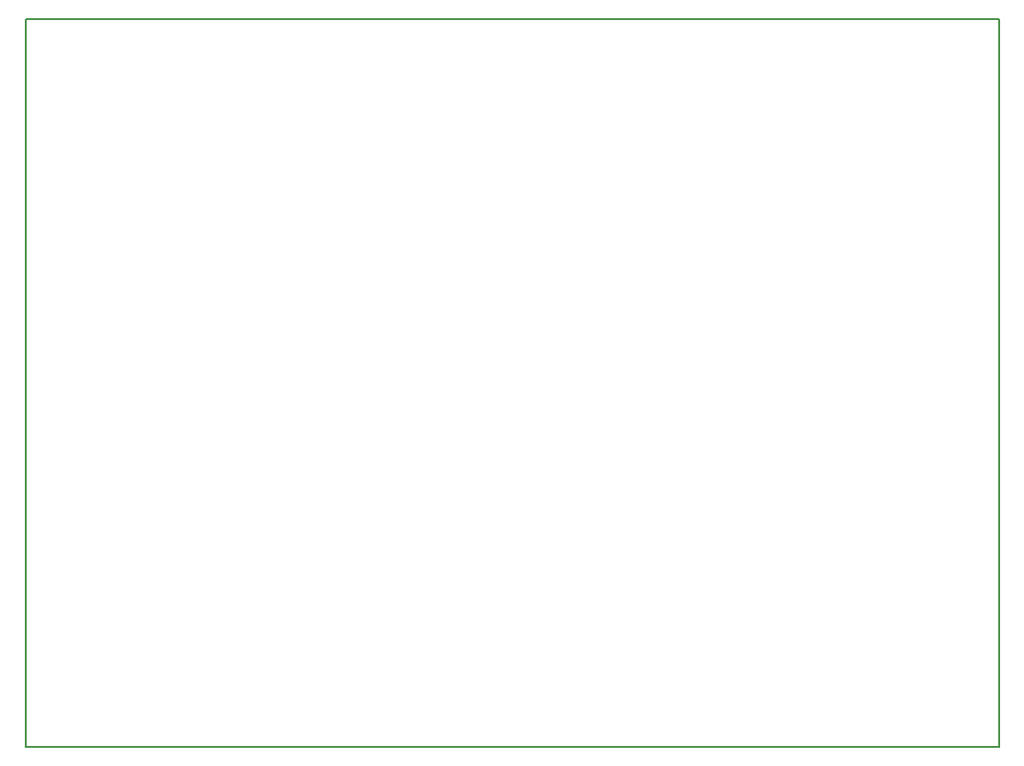
<source format=gbo>
G04 MADE WITH FRITZING*
G04 WWW.FRITZING.ORG*
G04 DOUBLE SIDED*
G04 HOLES PLATED*
G04 CONTOUR ON CENTER OF CONTOUR VECTOR*
%ASAXBY*%
%FSLAX23Y23*%
%MOIN*%
%OFA0B0*%
%SFA1.0B1.0*%
%ADD10R,3.404620X2.545740X3.388620X2.529740*%
%ADD11C,0.008000*%
%LNSILK0*%
G90*
G70*
G54D11*
X4Y2542D02*
X3401Y2542D01*
X3401Y4D01*
X4Y4D01*
X4Y2542D01*
D02*
G04 End of Silk0*
M02*
</source>
